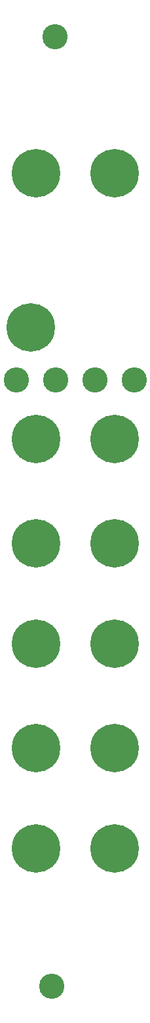
<source format=gts>
G04 MADE WITH FRITZING*
G04 WWW.FRITZING.ORG*
G04 DOUBLE SIDED*
G04 HOLES PLATED*
G04 CONTOUR ON CENTER OF CONTOUR VECTOR*
%ASAXBY*%
%FSLAX23Y23*%
%MOIN*%
%OFA0B0*%
%SFA1.0B1.0*%
%ADD10C,0.128110*%
%ADD11C,0.246220*%
%LNMASK1*%
G90*
G70*
G54D10*
X279Y115D03*
X297Y4938D03*
G54D11*
X199Y1854D03*
X199Y2364D03*
X599Y814D03*
X174Y3459D03*
X599Y2894D03*
G54D10*
X699Y3194D03*
G54D11*
X599Y4244D03*
X199Y814D03*
X199Y4244D03*
X599Y1854D03*
G54D10*
X499Y3194D03*
G54D11*
X599Y1324D03*
G54D10*
X99Y3194D03*
G54D11*
X199Y1324D03*
X199Y2894D03*
G54D10*
X299Y3194D03*
G54D11*
X599Y2364D03*
G04 End of Mask1*
M02*
</source>
